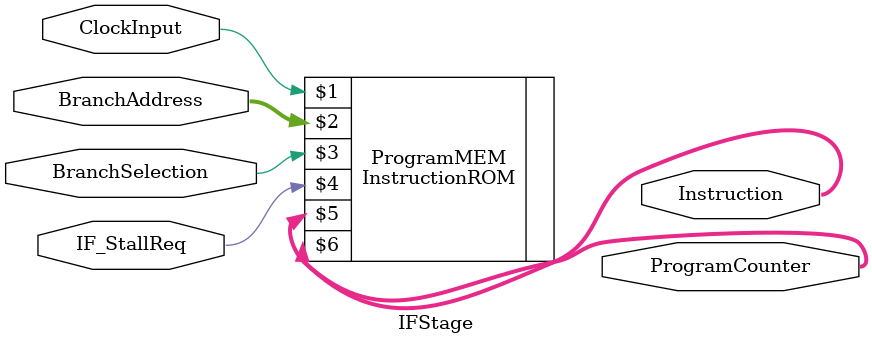
<source format=v>
`timescale 1ns / 1ps


module IFStage(
    input ClockInput,
    input [31:0] BranchAddress,
    input BranchSelection,
    input IF_StallReq,
    output[31:0] Instruction,
    output[31:0] ProgramCounter
    );
    
InstructionROM ProgramMEM(
    ClockInput,
    BranchAddress,
    BranchSelection, // control signal
    IF_StallReq,
    Instruction,
    ProgramCounter
    ); 

endmodule

</source>
